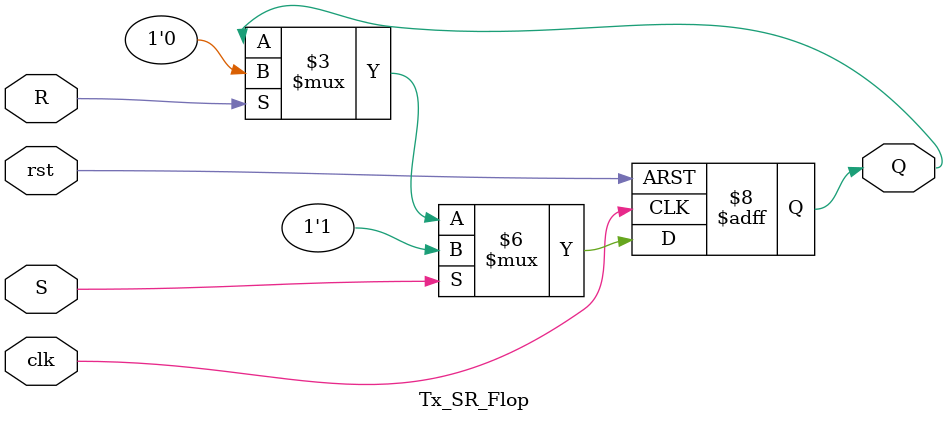
<source format=v>
`timescale 1ns / 1ps
module Tx_SR_Flop(clk, rst, S, R, Q);

     input     clk, rst;
     input     S, R;
     
     output    Q;
     
     reg       Q;
     
     always @(posedge clk, posedge rst)
          if(rst)
               Q <= 1'b0;
          else if(S)
               Q <= 1'b1;
          else if(R)
               Q <= 1'b0;
          else
               Q <= Q;


endmodule

</source>
